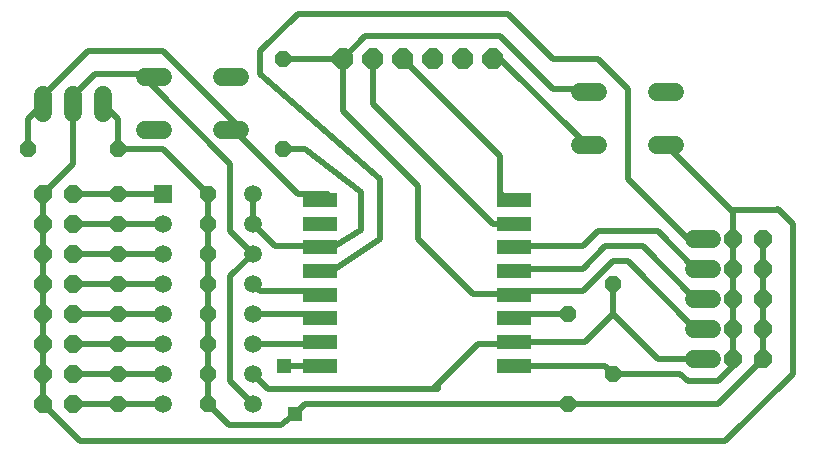
<source format=gbr>
G04 EAGLE Gerber X2 export*
%TF.Part,Single*%
%TF.FileFunction,Copper,L1,Top,Mixed*%
%TF.FilePolarity,Positive*%
%TF.GenerationSoftware,Autodesk,EAGLE,9.0.1*%
%TF.CreationDate,2018-08-21T15:40:23Z*%
G75*
%MOMM*%
%FSLAX34Y34*%
%LPD*%
%AMOC8*
5,1,8,0,0,1.08239X$1,22.5*%
G01*
%ADD10C,1.524000*%
%ADD11P,1.649562X8X112.500000*%
%ADD12P,1.924489X8X112.500000*%
%ADD13P,1.429621X8X292.500000*%
%ADD14P,1.429621X8X22.500000*%
%ADD15P,1.429621X8X202.500000*%
%ADD16R,1.498600X1.498600*%
%ADD17C,1.498600*%
%ADD18R,3.000000X1.200000*%
%ADD19C,0.508000*%
%ADD20R,1.300000X1.300000*%


D10*
X601980Y190500D02*
X617220Y190500D01*
X617220Y165100D02*
X601980Y165100D01*
X601980Y139700D02*
X617220Y139700D01*
X617220Y114300D02*
X601980Y114300D01*
X601980Y88900D02*
X617220Y88900D01*
D11*
X660400Y88900D03*
X635000Y88900D03*
X660400Y114300D03*
X635000Y114300D03*
X660400Y139700D03*
X635000Y139700D03*
X660400Y165100D03*
X635000Y165100D03*
X660400Y190500D03*
X635000Y190500D03*
D12*
X304800Y342900D03*
X330200Y342900D03*
X355600Y342900D03*
X381000Y342900D03*
X406400Y342900D03*
X431800Y342900D03*
D10*
X50800Y312420D02*
X50800Y297180D01*
X76200Y297180D02*
X76200Y312420D01*
X101600Y312420D02*
X101600Y297180D01*
D11*
X76200Y50800D03*
X50800Y50800D03*
X76200Y76200D03*
X50800Y76200D03*
X76200Y101600D03*
X50800Y101600D03*
X76200Y127000D03*
X50800Y127000D03*
X76200Y152400D03*
X50800Y152400D03*
X76200Y177800D03*
X50800Y177800D03*
X76200Y203200D03*
X50800Y203200D03*
X76200Y228600D03*
X50800Y228600D03*
D13*
X254000Y342900D03*
X254000Y266700D03*
D14*
X114300Y177800D03*
X190500Y177800D03*
X114300Y203200D03*
X190500Y203200D03*
X114300Y228600D03*
X190500Y228600D03*
D13*
X495300Y127000D03*
X495300Y50800D03*
X533400Y152400D03*
X533400Y76200D03*
D15*
X114300Y266700D03*
X38100Y266700D03*
D14*
X114300Y50800D03*
X190500Y50800D03*
X114300Y76200D03*
X190500Y76200D03*
X114300Y101600D03*
X190500Y101600D03*
X114300Y127000D03*
X190500Y127000D03*
X114300Y152400D03*
X190500Y152400D03*
D10*
X570992Y269494D02*
X586232Y269494D01*
X586232Y314706D02*
X570992Y314706D01*
X521208Y269494D02*
X505968Y269494D01*
X505968Y314706D02*
X521208Y314706D01*
X152908Y327406D02*
X137668Y327406D01*
X137668Y282194D02*
X152908Y282194D01*
X202692Y327406D02*
X217932Y327406D01*
X217932Y282194D02*
X202692Y282194D01*
D16*
X152400Y228600D03*
D17*
X152400Y203200D03*
X152400Y177800D03*
X152400Y152400D03*
X152400Y127000D03*
X152400Y101600D03*
X152400Y76200D03*
X152400Y50800D03*
X228600Y50800D03*
X228600Y76200D03*
X228600Y101600D03*
X228600Y127000D03*
X228600Y152400D03*
X228600Y177800D03*
X228600Y203200D03*
X228600Y228600D03*
D18*
X285300Y223100D03*
X285300Y203100D03*
X285300Y183100D03*
X285300Y163100D03*
X285300Y143100D03*
X285300Y123100D03*
X285300Y103100D03*
X285300Y83100D03*
X449300Y223100D03*
X449300Y203100D03*
X449300Y183100D03*
X449300Y163100D03*
X449300Y143100D03*
X449300Y123100D03*
X449300Y103100D03*
X449300Y83100D03*
D19*
X438150Y82550D02*
X527050Y82550D01*
X533400Y76200D01*
X449300Y83100D02*
X438150Y82550D01*
X635000Y88900D02*
X635000Y114300D01*
X635000Y139700D02*
X635000Y165100D01*
X635000Y190500D01*
X635000Y139700D02*
X635000Y114300D01*
X590550Y76200D02*
X533400Y76200D01*
X590550Y76200D02*
X596900Y69850D01*
X622300Y69850D01*
X635000Y82550D01*
X635000Y88900D01*
X228600Y50800D02*
X209550Y69850D01*
X209550Y158750D01*
X228600Y177800D01*
X76200Y304800D02*
X76200Y311150D01*
X95250Y330200D01*
X139700Y330200D01*
X145288Y327406D01*
X50800Y228600D02*
X50800Y203200D01*
X50800Y177800D02*
X50800Y152400D01*
X50800Y76200D02*
X50800Y50800D01*
X50800Y101600D02*
X50800Y127000D01*
X50800Y101600D02*
X50800Y76200D01*
X50800Y127000D02*
X50800Y152400D01*
X50800Y177800D02*
X50800Y203200D01*
X76200Y254000D02*
X76200Y304800D01*
X76200Y254000D02*
X50800Y228600D01*
X209550Y196850D02*
X228600Y177800D01*
X209550Y196850D02*
X209550Y254000D01*
X139700Y323850D01*
X145288Y327406D01*
X50800Y50800D02*
X82550Y19050D01*
X438150Y342900D02*
X508000Y273050D01*
X438150Y342900D02*
X431800Y342900D01*
X508000Y273050D02*
X513588Y269494D01*
X635000Y196850D02*
X635000Y190500D01*
X514350Y266700D02*
X513588Y269494D01*
X633603Y214503D02*
X635000Y213106D01*
X633603Y214503D02*
X578612Y269494D01*
X635000Y213106D02*
X635000Y190500D01*
X685800Y76200D02*
X628650Y19050D01*
X685800Y76200D02*
X685800Y203200D01*
X673100Y215900D01*
X671703Y214503D01*
X633603Y214503D01*
X628650Y19050D02*
X82550Y19050D01*
X438150Y127000D02*
X495300Y127000D01*
X449300Y123100D02*
X438150Y127000D01*
X292100Y146050D02*
X234950Y146050D01*
X228600Y152400D01*
X285300Y143100D02*
X292100Y146050D01*
X292100Y101600D02*
X228600Y101600D01*
X285300Y103100D02*
X292100Y101600D01*
X292100Y127000D02*
X228600Y127000D01*
X285300Y123100D02*
X292100Y127000D01*
X38100Y266700D02*
X38100Y292100D01*
X50800Y304800D01*
X266700Y228600D02*
X292100Y228600D01*
X266700Y228600D02*
X215900Y279400D01*
X285300Y223100D02*
X292100Y228600D01*
X215900Y279400D02*
X210312Y282194D01*
X50800Y304800D02*
X50800Y311150D01*
X88900Y349250D01*
X152400Y349250D01*
X215900Y285750D01*
X210312Y282194D01*
X247650Y184150D02*
X292100Y184150D01*
X247650Y184150D02*
X228600Y203200D01*
X285300Y183100D02*
X292100Y184150D01*
X273050Y266700D02*
X254000Y266700D01*
X273050Y266700D02*
X320040Y229870D01*
X320040Y198120D01*
X298450Y184150D01*
X285300Y183100D01*
X228600Y203200D02*
X228600Y228600D01*
X114300Y266700D02*
X114300Y292100D01*
X101600Y304800D01*
X190500Y203200D02*
X190500Y177800D01*
X190500Y203200D02*
X190500Y228600D01*
X190500Y152400D02*
X190500Y127000D01*
X190500Y101600D02*
X190500Y76200D01*
X208280Y33020D02*
X252730Y33020D01*
X208280Y33020D02*
X190500Y50800D01*
X190500Y76200D01*
X190500Y101600D02*
X190500Y127000D01*
X190500Y152400D02*
X190500Y177800D01*
X152400Y266700D02*
X114300Y266700D01*
X152400Y266700D02*
X190500Y228600D01*
X660400Y190500D02*
X660400Y165100D01*
X660400Y139700D02*
X660400Y114300D01*
X622300Y50800D02*
X495300Y50800D01*
X622300Y50800D02*
X660400Y88900D01*
X660400Y114300D01*
X660400Y139700D02*
X660400Y165100D01*
X285300Y83100D02*
X255820Y83100D01*
X255270Y82550D01*
D20*
X255270Y82550D03*
D19*
X264160Y41910D02*
X252730Y33020D01*
X264160Y41910D02*
X273050Y50800D01*
X495300Y50800D01*
D20*
X264160Y41910D03*
D19*
X438150Y165100D02*
X508000Y165100D01*
X527050Y184150D01*
X558800Y184150D01*
X603250Y139700D01*
X609600Y139700D01*
X449300Y163100D02*
X438150Y165100D01*
X385000Y63500D02*
X381000Y63500D01*
X241300Y63500D01*
X228600Y76200D01*
X447800Y101600D02*
X449300Y103100D01*
X447800Y101600D02*
X419100Y101600D01*
X385000Y67500D01*
X385000Y63500D01*
X385000Y67500D02*
X381000Y63500D01*
X449300Y103100D02*
X509500Y103100D01*
X533400Y127000D01*
X533400Y152400D01*
X571500Y88900D02*
X609600Y88900D01*
X571500Y88900D02*
X533400Y127000D01*
X508000Y146050D02*
X438150Y146050D01*
X508000Y146050D02*
X533400Y171450D01*
X546100Y171450D01*
X603250Y114300D01*
X609600Y114300D01*
X445655Y144064D02*
X438150Y146050D01*
X445655Y144064D02*
X449300Y143100D01*
X304800Y342900D02*
X254000Y342900D01*
X323850Y361950D02*
X438150Y361950D01*
X323850Y361950D02*
X304800Y342900D01*
X304800Y298450D01*
X482600Y317500D02*
X508000Y317500D01*
X482600Y317500D02*
X438150Y361950D01*
X508000Y317500D02*
X513588Y314706D01*
X368300Y234950D02*
X304800Y298450D01*
X368300Y190500D02*
X414736Y144064D01*
X445655Y144064D01*
X368300Y190500D02*
X368300Y234950D01*
X438150Y184150D02*
X508000Y184150D01*
X520700Y196850D01*
X571500Y196850D01*
X603250Y165100D01*
X609600Y165100D01*
X449300Y183100D02*
X438150Y184150D01*
X336550Y190500D02*
X298450Y165100D01*
X336550Y190500D02*
X336550Y241300D01*
X234950Y330200D01*
X285300Y163100D02*
X298450Y165100D01*
X234950Y330200D02*
X234950Y349250D01*
X266700Y381000D01*
X444500Y381000D01*
X482600Y342900D01*
X520700Y342900D01*
X546100Y317500D01*
X546100Y241300D01*
X596900Y190500D01*
X609600Y190500D01*
X438150Y228600D02*
X438150Y260350D01*
X355600Y342900D01*
X438150Y228600D02*
X449300Y223100D01*
X431800Y203200D02*
X330200Y304800D01*
X330200Y342900D01*
X431800Y203200D02*
X449300Y203100D01*
X114300Y50800D02*
X76200Y50800D01*
X114300Y50800D02*
X152400Y50800D01*
X114300Y76200D02*
X76200Y76200D01*
X114300Y76200D02*
X152400Y76200D01*
X114300Y101600D02*
X76200Y101600D01*
X114300Y101600D02*
X152400Y101600D01*
X114300Y127000D02*
X76200Y127000D01*
X114300Y127000D02*
X152400Y127000D01*
X114300Y152400D02*
X76200Y152400D01*
X114300Y152400D02*
X152400Y152400D01*
X114300Y177800D02*
X76200Y177800D01*
X114300Y177800D02*
X152400Y177800D01*
X114300Y203200D02*
X76200Y203200D01*
X114300Y203200D02*
X152400Y203200D01*
X114300Y228600D02*
X76200Y228600D01*
X114300Y228600D02*
X152400Y228600D01*
M02*

</source>
